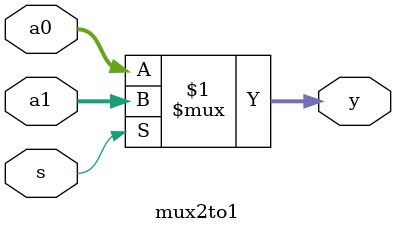
<source format=v>

module mux2to1 (/*AUTOARG*/
   // Outputs
   y,
   // Inputs
   s, a1, a0
   );


   /*********************  DEFINE  *********************/

   /*******************  PARAMETERS  *******************/

   parameter DW = 16;

   /******************  PHY GENERIC PARAMETERS  ********************/
  // Constellation Coding
   localparam           QPSK = 4'd2;
   localparam           QAM8 = 4'd3;
   localparam           QAM16 = 4'd4;
   localparam           QAM32 = 4'd5;
   localparam           QAM64 = 4'd6;
   localparam           QAM128 = 4'd7;
   localparam           QAM256 = 4'd8;
   localparam           QAM512 = 4'd9;
   localparam           QAM1024 = 4'd10;
   localparam           QAM2048 = 4'd11;
   // Symbol Type
   localparam SYMBOL_TYPE_DATA      = 3'd0;
   localparam SYMBOL_TYPE_PA        = 3'd1;
   localparam SYMBOL_TYPE_PILOT     = 3'd2;
   localparam SYMBOL_TYPE_SPILOT    = 3'd3;
   localparam SYMBOL_TYPE_MSG       = 3'd4;
   localparam SYMBOL_TYPE_PA_PILOT  = 3'd5;
   localparam SYMBOL_TYPE_NOT_VALID = 3'd6;
   localparam SYMBOL_TYPE_RESERVED  = 3'd7;
   

   /*********************  INPUT   *********************/
   input      s;
   input [DW-1:0] a1;
   input [DW-1:0] a0;
  
   /*********************  OUTPUT  *********************/
   output [DW-1:0] y;
  
   /*********************  INOUT  *********************/
  
   /*********************** REGS    ********************/
  
   /*********************** COMB REGS    ********************/
   // reg stm ; // wired

   /*********************   WIRE   *********************/
  
   /*********************   AUTOSAFE    **********/
  

   /****************************************************
    **********
    **********             CODE
    **********
    ****************************************************/


   assign     y[DW-1:-0]  = s ? a1[DW-1:0] : a0[DW-1:0];
   
endmodule // <modulename>




</source>
